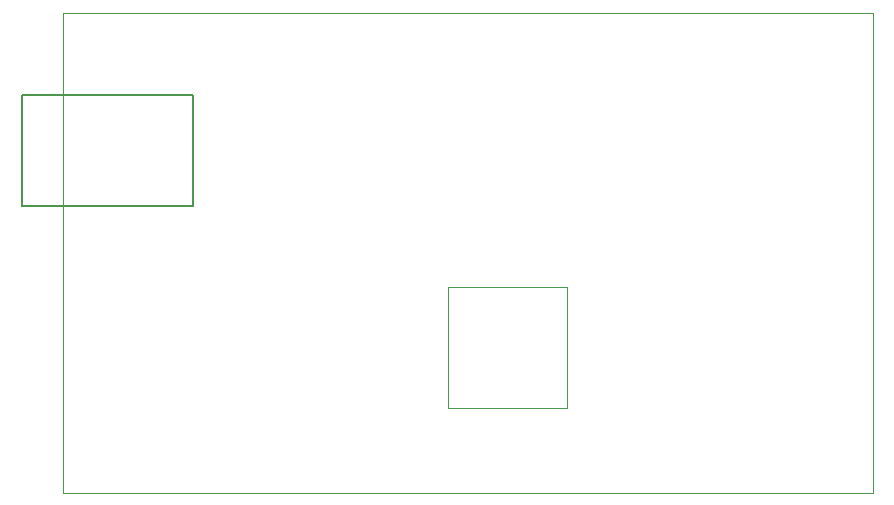
<source format=gm1>
G04*
G04 #@! TF.GenerationSoftware,Altium Limited,Altium Designer,22.8.2 (66)*
G04*
G04 Layer_Color=16711935*
%FSLAX44Y44*%
%MOMM*%
G71*
G04*
G04 #@! TF.SameCoordinates,AFBA7131-1AEE-443E-AB60-5C51F5C0F5D9*
G04*
G04*
G04 #@! TF.FilePolarity,Positive*
G04*
G01*
G75*
%ADD11C,0.2000*%
%ADD80C,0.0762*%
D11*
X364100Y1106450D02*
Y1200450D01*
X220100D02*
X364100D01*
X220100Y1106450D02*
Y1200450D01*
Y1106450D02*
X364100D01*
D80*
X254000Y863600D02*
X939800D01*
X254000Y1270000D02*
X939800D01*
Y863600D02*
Y1270000D01*
X254000Y863600D02*
Y1270000D01*
X580602Y934788D02*
X680932D01*
X580602Y1037658D02*
X680932D01*
Y934788D02*
Y1037658D01*
X580602Y934788D02*
Y1037658D01*
M02*

</source>
